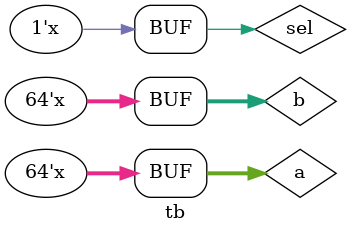
<source format=v>
module tb
(

);
	reg [63:0] a;
	reg [63:0] b;
	reg sel;
	wire [63:0] data_out;

	Multiplexer m1
	(
		.a(a),
		.b(b),
		.sel(sel),
		.data_out(data_out)
	);
	
	
	initial
	begin
		a= 64'b0; 
		b= 64'b0;
		sel= 1'b0;
	end
	
	always
	begin
		#5 sel= ~sel;
		#10 a = ~a;
		#20 b = ~b;
	end
	initial
	$monitor("a = ", $a,", b = ",$b,", sel = ",$sel,", out = ",$data_out);
endmodule

</source>
